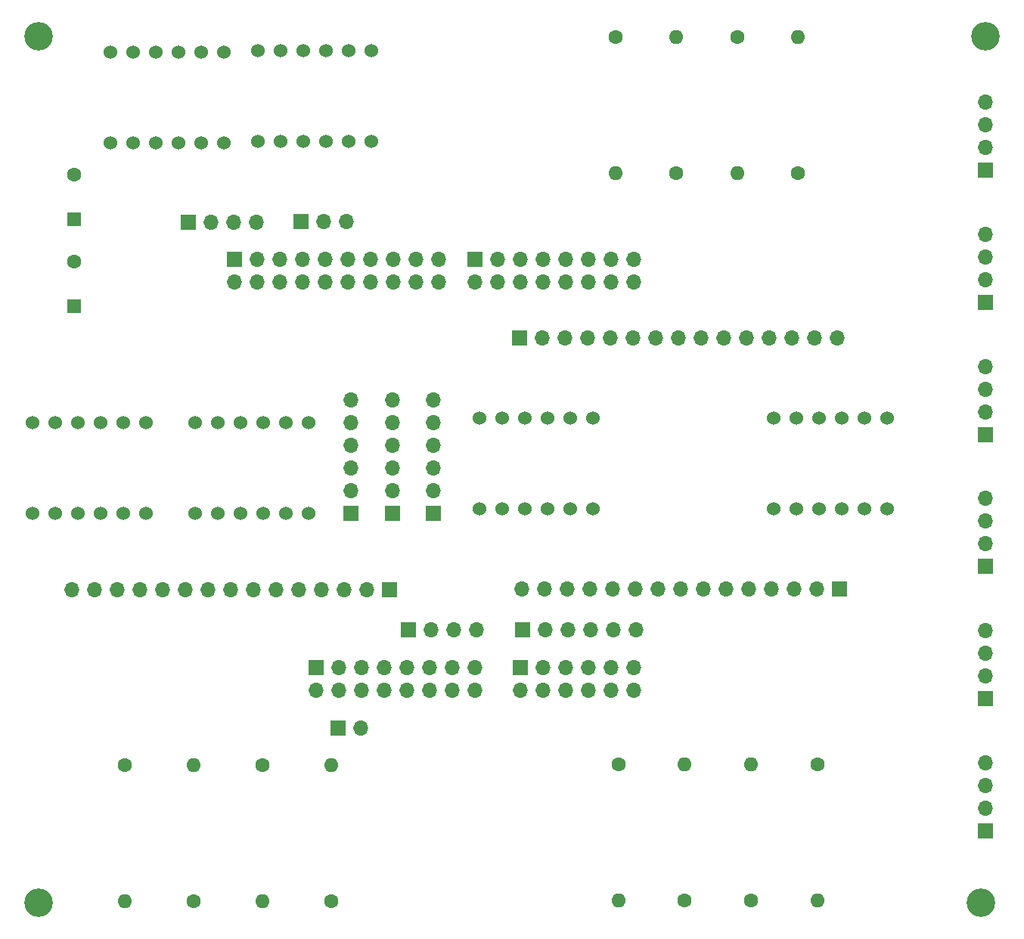
<source format=gbr>
%TF.GenerationSoftware,KiCad,Pcbnew,(6.0.10)*%
%TF.CreationDate,2022-12-29T21:48:34+01:00*%
%TF.ProjectId,Driver,44726976-6572-42e6-9b69-6361645f7063,1.0*%
%TF.SameCoordinates,Original*%
%TF.FileFunction,Soldermask,Bot*%
%TF.FilePolarity,Negative*%
%FSLAX46Y46*%
G04 Gerber Fmt 4.6, Leading zero omitted, Abs format (unit mm)*
G04 Created by KiCad (PCBNEW (6.0.10)) date 2022-12-29 21:48:34*
%MOMM*%
%LPD*%
G01*
G04 APERTURE LIST*
%ADD10C,1.524000*%
%ADD11R,1.700000X1.700000*%
%ADD12O,1.700000X1.700000*%
%ADD13C,3.200000*%
%ADD14R,1.600000X1.600000*%
%ADD15C,1.600000*%
%ADD16O,1.600000X1.600000*%
G04 APERTURE END LIST*
D10*
%TO.C,U9*%
X215500000Y-98760000D03*
X212960000Y-98760000D03*
X210420000Y-98760000D03*
X207880000Y-98760000D03*
X205340000Y-98760000D03*
X202800000Y-98760000D03*
X202800000Y-108920000D03*
X205340000Y-108920000D03*
X207880000Y-108920000D03*
X210420000Y-108920000D03*
X212960000Y-108920000D03*
X215500000Y-108920000D03*
%TD*%
D11*
%TO.C,J16*%
X226500000Y-145000000D03*
D12*
X226500000Y-142460000D03*
X226500000Y-139920000D03*
X226500000Y-137380000D03*
%TD*%
D13*
%TO.C,H1*%
X226000000Y-153000000D03*
%TD*%
D11*
%TO.C,J10*%
X155490000Y-109420000D03*
D12*
X155490000Y-106880000D03*
X155490000Y-104340000D03*
X155490000Y-101800000D03*
X155490000Y-99260000D03*
X155490000Y-96720000D03*
%TD*%
D10*
%TO.C,U8*%
X141200000Y-57760000D03*
X138660000Y-57760000D03*
X136120000Y-57760000D03*
X133580000Y-57760000D03*
X131040000Y-57760000D03*
X128500000Y-57760000D03*
X128500000Y-67920000D03*
X131040000Y-67920000D03*
X133580000Y-67920000D03*
X136120000Y-67920000D03*
X138660000Y-67920000D03*
X141200000Y-67920000D03*
%TD*%
D11*
%TO.C,J20*%
X149825000Y-76790000D03*
D12*
X152365000Y-76790000D03*
X154905000Y-76790000D03*
%TD*%
D14*
%TO.C,C20*%
X124500000Y-86240000D03*
D15*
X124500000Y-81240000D03*
%TD*%
%TO.C,R7*%
X185410000Y-137510000D03*
D16*
X185410000Y-152750000D03*
%TD*%
D11*
%TO.C,J15*%
X226500000Y-100600000D03*
D12*
X226500000Y-98060000D03*
X226500000Y-95520000D03*
X226500000Y-92980000D03*
%TD*%
D11*
%TO.C,J21*%
X137250000Y-76850000D03*
D12*
X139790000Y-76850000D03*
X142330000Y-76850000D03*
X144870000Y-76850000D03*
%TD*%
D15*
%TO.C,R6*%
X200243332Y-152750000D03*
D16*
X200243332Y-137510000D03*
%TD*%
D11*
%TO.C,J3*%
X174350000Y-89810000D03*
D12*
X176890000Y-89810000D03*
X179430000Y-89810000D03*
X181970000Y-89810000D03*
X184510000Y-89810000D03*
X187050000Y-89810000D03*
X189590000Y-89810000D03*
X192130000Y-89810000D03*
X194670000Y-89810000D03*
X197210000Y-89810000D03*
X199750000Y-89810000D03*
X202290000Y-89810000D03*
X204830000Y-89810000D03*
X207370000Y-89810000D03*
X209910000Y-89810000D03*
%TD*%
D11*
%TO.C,J19*%
X226500000Y-115400000D03*
D12*
X226500000Y-112860000D03*
X226500000Y-110320000D03*
X226500000Y-107780000D03*
%TD*%
D11*
%TO.C,J18*%
X226500000Y-130200000D03*
D12*
X226500000Y-127660000D03*
X226500000Y-125120000D03*
X226500000Y-122580000D03*
%TD*%
D15*
%TO.C,R2*%
X191901110Y-71320000D03*
D16*
X191901110Y-56080000D03*
%TD*%
D15*
%TO.C,R9*%
X145553332Y-137630000D03*
D16*
X145553332Y-152870000D03*
%TD*%
D15*
%TO.C,R4*%
X205510000Y-71320000D03*
D16*
X205510000Y-56080000D03*
%TD*%
D15*
%TO.C,R1*%
X185096666Y-56080000D03*
D16*
X185096666Y-71320000D03*
%TD*%
D13*
%TO.C,H2*%
X120500000Y-153000000D03*
%TD*%
D11*
%TO.C,J14*%
X226500000Y-85800000D03*
D12*
X226500000Y-83260000D03*
X226500000Y-80720000D03*
X226500000Y-78180000D03*
%TD*%
D10*
%TO.C,U11*%
X150695000Y-99300000D03*
X148155000Y-99300000D03*
X145615000Y-99300000D03*
X143075000Y-99300000D03*
X140535000Y-99300000D03*
X137995000Y-99300000D03*
X137995000Y-109460000D03*
X140535000Y-109460000D03*
X143075000Y-109460000D03*
X145615000Y-109460000D03*
X148155000Y-109460000D03*
X150695000Y-109460000D03*
%TD*%
D14*
%TO.C,C19*%
X124500000Y-76500000D03*
D15*
X124500000Y-71500000D03*
%TD*%
D11*
%TO.C,J17*%
X159760000Y-117950000D03*
D12*
X157220000Y-117950000D03*
X154680000Y-117950000D03*
X152140000Y-117950000D03*
X149600000Y-117950000D03*
X147060000Y-117950000D03*
X144520000Y-117950000D03*
X141980000Y-117950000D03*
X139440000Y-117950000D03*
X136900000Y-117950000D03*
X134360000Y-117950000D03*
X131820000Y-117950000D03*
X129280000Y-117950000D03*
X126740000Y-117950000D03*
X124200000Y-117950000D03*
%TD*%
D11*
%TO.C,J8*%
X161920000Y-122500000D03*
D12*
X164460000Y-122500000D03*
X167000000Y-122500000D03*
X169540000Y-122500000D03*
%TD*%
D13*
%TO.C,H3*%
X120500000Y-56000000D03*
%TD*%
D11*
%TO.C,J5*%
X174675000Y-122475000D03*
D12*
X177215000Y-122475000D03*
X179755000Y-122475000D03*
X182295000Y-122475000D03*
X184835000Y-122475000D03*
X187375000Y-122475000D03*
%TD*%
D15*
%TO.C,R12*%
X137826666Y-152870000D03*
D16*
X137826666Y-137630000D03*
%TD*%
D11*
%TO.C,J12*%
X210175000Y-117920000D03*
D12*
X207635000Y-117920000D03*
X205095000Y-117920000D03*
X202555000Y-117920000D03*
X200015000Y-117920000D03*
X197475000Y-117920000D03*
X194935000Y-117920000D03*
X192395000Y-117920000D03*
X189855000Y-117920000D03*
X187315000Y-117920000D03*
X184775000Y-117920000D03*
X182235000Y-117920000D03*
X179695000Y-117920000D03*
X177155000Y-117920000D03*
X174615000Y-117920000D03*
%TD*%
D10*
%TO.C,U10*%
X182510000Y-98730000D03*
X179970000Y-98730000D03*
X177430000Y-98730000D03*
X174890000Y-98730000D03*
X172350000Y-98730000D03*
X169810000Y-98730000D03*
X169810000Y-108890000D03*
X172350000Y-108890000D03*
X174890000Y-108890000D03*
X177430000Y-108890000D03*
X179970000Y-108890000D03*
X182510000Y-108890000D03*
%TD*%
%TO.C,U7*%
X157710000Y-57630000D03*
X155170000Y-57630000D03*
X152630000Y-57630000D03*
X150090000Y-57630000D03*
X147550000Y-57630000D03*
X145010000Y-57630000D03*
X145010000Y-67790000D03*
X147550000Y-67790000D03*
X150090000Y-67790000D03*
X152630000Y-67790000D03*
X155170000Y-67790000D03*
X157710000Y-67790000D03*
%TD*%
D11*
%TO.C,J9*%
X164690000Y-109420000D03*
D12*
X164690000Y-106880000D03*
X164690000Y-104340000D03*
X164690000Y-101800000D03*
X164690000Y-99260000D03*
X164690000Y-96720000D03*
%TD*%
D15*
%TO.C,R5*%
X207660000Y-137510000D03*
D16*
X207660000Y-152750000D03*
%TD*%
D15*
%TO.C,R10*%
X153280000Y-152870000D03*
D16*
X153280000Y-137630000D03*
%TD*%
D13*
%TO.C,H4*%
X226500000Y-56000000D03*
%TD*%
D11*
%TO.C,J11*%
X160090000Y-109420000D03*
D12*
X160090000Y-106880000D03*
X160090000Y-104340000D03*
X160090000Y-101800000D03*
X160090000Y-99260000D03*
X160090000Y-96720000D03*
%TD*%
D15*
%TO.C,R11*%
X130100000Y-137630000D03*
D16*
X130100000Y-152870000D03*
%TD*%
D11*
%TO.C,J13*%
X226500000Y-71000000D03*
D12*
X226500000Y-68460000D03*
X226500000Y-65920000D03*
X226500000Y-63380000D03*
%TD*%
D10*
%TO.C,U12*%
X132530000Y-99300000D03*
X129990000Y-99300000D03*
X127450000Y-99300000D03*
X124910000Y-99300000D03*
X122370000Y-99300000D03*
X119830000Y-99300000D03*
X119830000Y-109460000D03*
X122370000Y-109460000D03*
X124910000Y-109460000D03*
X127450000Y-109460000D03*
X129990000Y-109460000D03*
X132530000Y-109460000D03*
%TD*%
D15*
%TO.C,R8*%
X192826666Y-152750000D03*
D16*
X192826666Y-137510000D03*
%TD*%
D15*
%TO.C,R3*%
X198705554Y-56080000D03*
D16*
X198705554Y-71320000D03*
%TD*%
D11*
%TO.C,J1*%
X154000000Y-133500000D03*
D12*
X156540000Y-133500000D03*
%TD*%
D11*
%TO.C,J6*%
X142450000Y-80960000D03*
D12*
X142450000Y-83500000D03*
X144990000Y-80960000D03*
X144990000Y-83500000D03*
X147530000Y-80960000D03*
X147530000Y-83500000D03*
X150070000Y-80960000D03*
X150070000Y-83500000D03*
X152610000Y-80960000D03*
X152610000Y-83500000D03*
X155150000Y-80960000D03*
X155150000Y-83500000D03*
X157690000Y-80960000D03*
X157690000Y-83500000D03*
X160230000Y-80960000D03*
X160230000Y-83500000D03*
X162770000Y-80960000D03*
X162770000Y-83500000D03*
X165310000Y-80960000D03*
X165310000Y-83500000D03*
%TD*%
D11*
%TO.C,J4*%
X151540000Y-126680000D03*
D12*
X151540000Y-129220000D03*
X154080000Y-126680000D03*
X154080000Y-129220000D03*
X156620000Y-126680000D03*
X156620000Y-129220000D03*
X159160000Y-126680000D03*
X159160000Y-129220000D03*
X161700000Y-126680000D03*
X161700000Y-129220000D03*
X164240000Y-126680000D03*
X164240000Y-129220000D03*
X166780000Y-126680000D03*
X166780000Y-129220000D03*
X169320000Y-126680000D03*
X169320000Y-129220000D03*
%TD*%
D11*
%TO.C,J2*%
X174400000Y-126700000D03*
D12*
X174400000Y-129240000D03*
X176940000Y-126700000D03*
X176940000Y-129240000D03*
X179480000Y-126700000D03*
X179480000Y-129240000D03*
X182020000Y-126700000D03*
X182020000Y-129240000D03*
X184560000Y-126700000D03*
X184560000Y-129240000D03*
X187100000Y-126700000D03*
X187100000Y-129240000D03*
%TD*%
D11*
%TO.C,J7*%
X169320000Y-80960000D03*
D12*
X169320000Y-83500000D03*
X171860000Y-80960000D03*
X171860000Y-83500000D03*
X174400000Y-80960000D03*
X174400000Y-83500000D03*
X176940000Y-80960000D03*
X176940000Y-83500000D03*
X179480000Y-80960000D03*
X179480000Y-83500000D03*
X182020000Y-80960000D03*
X182020000Y-83500000D03*
X184560000Y-80960000D03*
X184560000Y-83500000D03*
X187100000Y-80960000D03*
X187100000Y-83500000D03*
%TD*%
M02*

</source>
